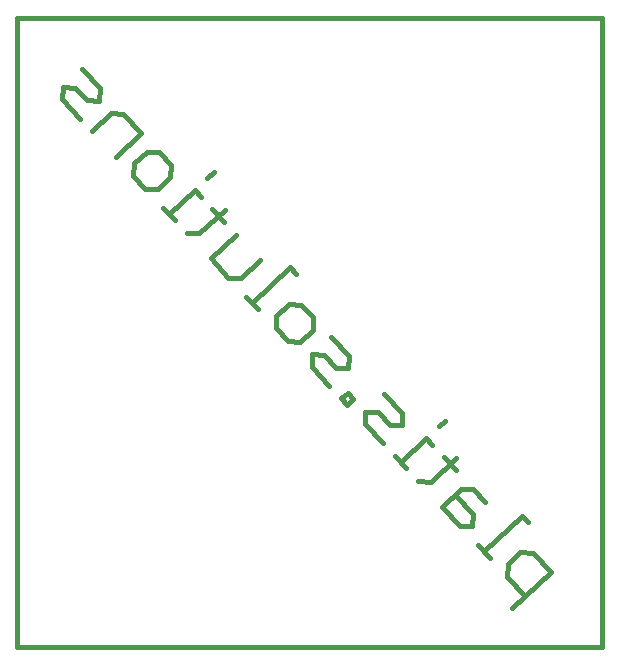
<source format=gbo>
G75*
%MOIN*%
%OFA0B0*%
%FSLAX25Y25*%
%IPPOS*%
%LPD*%
%AMOC8*
5,1,8,0,0,1.08239X$1,22.5*
%
%ADD10C,0.01600*%
%ADD11C,0.01500*%
D10*
X0093524Y0001800D02*
X0093524Y0211249D01*
X0288406Y0211249D01*
X0288406Y0001800D01*
X0093524Y0001800D01*
D11*
X0201537Y0084558D02*
X0203516Y0082435D01*
X0205638Y0084414D01*
X0203659Y0086537D01*
X0201537Y0084558D01*
X0197582Y0088798D02*
X0191645Y0095166D01*
X0191788Y0099267D01*
X0195889Y0099124D01*
X0199848Y0094879D01*
X0203950Y0094736D01*
X0204093Y0098837D01*
X0198155Y0105205D01*
X0192082Y0107462D02*
X0187837Y0103503D01*
X0183736Y0103647D01*
X0179777Y0107892D01*
X0179921Y0111993D01*
X0184165Y0115952D01*
X0188267Y0115808D01*
X0192226Y0111564D01*
X0192082Y0107462D01*
X0173848Y0114250D02*
X0169889Y0118495D01*
X0171869Y0116373D02*
X0184603Y0128248D01*
X0186582Y0126126D01*
X0174426Y0130651D02*
X0168059Y0124714D01*
X0163957Y0124857D01*
X0158019Y0131224D01*
X0166509Y0139141D01*
X0162559Y0143377D02*
X0158600Y0147622D01*
X0162702Y0147479D02*
X0154212Y0139562D01*
X0150111Y0139705D01*
X0146157Y0143944D02*
X0142199Y0148189D01*
X0144178Y0146067D02*
X0152668Y0153984D01*
X0154647Y0151861D01*
X0156913Y0157942D02*
X0159035Y0159921D01*
X0144757Y0162468D02*
X0144613Y0158366D01*
X0140368Y0154408D01*
X0136267Y0154551D01*
X0132308Y0158796D01*
X0132452Y0162897D01*
X0136696Y0166856D01*
X0140798Y0166713D01*
X0144757Y0162468D01*
X0134869Y0173071D02*
X0128931Y0179439D01*
X0124829Y0179582D01*
X0118462Y0173644D01*
X0114512Y0177881D02*
X0108574Y0184248D01*
X0108717Y0188350D01*
X0112819Y0188206D01*
X0116777Y0183961D01*
X0120879Y0183818D01*
X0121022Y0187920D01*
X0115084Y0194287D01*
X0134869Y0173071D02*
X0126379Y0165155D01*
X0215956Y0086116D02*
X0221894Y0079748D01*
X0221750Y0075647D01*
X0217649Y0075790D01*
X0213690Y0080035D01*
X0209589Y0080178D01*
X0209445Y0076076D01*
X0215383Y0069709D01*
X0219336Y0065470D02*
X0223295Y0061225D01*
X0221315Y0063348D02*
X0229805Y0071264D01*
X0231784Y0069142D01*
X0235737Y0064903D02*
X0239696Y0060658D01*
X0239839Y0064760D02*
X0231349Y0056843D01*
X0227248Y0056986D01*
X0235156Y0048505D02*
X0241094Y0042137D01*
X0245196Y0041994D01*
X0245339Y0046096D01*
X0239401Y0052463D01*
X0241524Y0054442D02*
X0235156Y0048505D01*
X0241524Y0054442D02*
X0245625Y0054299D01*
X0249584Y0050054D01*
X0261740Y0045529D02*
X0249006Y0033653D01*
X0250985Y0031531D02*
X0247026Y0035776D01*
X0257058Y0029274D02*
X0256914Y0025172D01*
X0262852Y0018805D01*
X0258607Y0014846D02*
X0271342Y0026722D01*
X0265404Y0033089D01*
X0261302Y0033232D01*
X0257058Y0029274D01*
X0263719Y0043406D02*
X0261740Y0045529D01*
X0234050Y0075223D02*
X0236172Y0077202D01*
M02*

</source>
